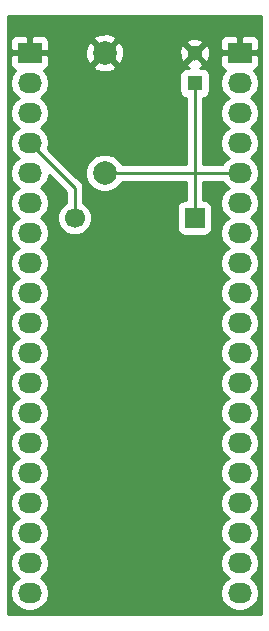
<source format=gbr>
G04 #@! TF.FileFunction,Copper,L1,Top,Signal*
%FSLAX46Y46*%
G04 Gerber Fmt 4.6, Leading zero omitted, Abs format (unit mm)*
G04 Created by KiCad (PCBNEW 4.0.3+e1-6302~38~ubuntu16.04.1-stable) date Thu Aug 25 17:10:37 2016*
%MOMM*%
%LPD*%
G01*
G04 APERTURE LIST*
%ADD10C,0.100000*%
%ADD11R,1.300000X1.300000*%
%ADD12C,1.300000*%
%ADD13C,1.998980*%
%ADD14C,1.699260*%
%ADD15R,1.699260X1.699260*%
%ADD16R,2.032000X1.727200*%
%ADD17O,2.032000X1.727200*%
%ADD18C,0.250000*%
%ADD19C,0.254000*%
G04 APERTURE END LIST*
D10*
D11*
X144780000Y-107950000D03*
D12*
X144780000Y-105450000D03*
D13*
X137160000Y-115570000D03*
X137160000Y-105410000D03*
D14*
X134619480Y-119382540D03*
D15*
X144779480Y-119382540D03*
D16*
X148590000Y-105410000D03*
D17*
X148590000Y-107950000D03*
X148590000Y-110490000D03*
X148590000Y-113030000D03*
X148590000Y-115570000D03*
X148590000Y-118110000D03*
X148590000Y-120650000D03*
X148590000Y-123190000D03*
X148590000Y-125730000D03*
X148590000Y-128270000D03*
X148590000Y-130810000D03*
X148590000Y-133350000D03*
X148590000Y-135890000D03*
X148590000Y-138430000D03*
X148590000Y-140970000D03*
X148590000Y-143510000D03*
X148590000Y-146050000D03*
X148590000Y-148590000D03*
X148590000Y-151130000D03*
D16*
X130810000Y-105410000D03*
D17*
X130810000Y-107950000D03*
X130810000Y-110490000D03*
X130810000Y-113030000D03*
X130810000Y-115570000D03*
X130810000Y-118110000D03*
X130810000Y-120650000D03*
X130810000Y-123190000D03*
X130810000Y-125730000D03*
X130810000Y-128270000D03*
X130810000Y-130810000D03*
X130810000Y-133350000D03*
X130810000Y-135890000D03*
X130810000Y-138430000D03*
X130810000Y-140970000D03*
X130810000Y-143510000D03*
X130810000Y-146050000D03*
X130810000Y-148590000D03*
X130810000Y-151130000D03*
D18*
X144779480Y-115570000D02*
X148590000Y-115570000D01*
X137160000Y-115570000D02*
X144779480Y-115570000D01*
X144779480Y-115570000D02*
X144780000Y-115570000D01*
X144780000Y-115570000D02*
X144779480Y-115570000D01*
X144779480Y-119382540D02*
X144779480Y-115570000D01*
X144779480Y-115570000D02*
X144779480Y-107950520D01*
X144779480Y-107950520D02*
X144780000Y-107950000D01*
X134619480Y-119382540D02*
X134619480Y-116839480D01*
X134619480Y-116839480D02*
X130810000Y-113030000D01*
D19*
G36*
X150420000Y-152960000D02*
X128980000Y-152960000D01*
X128980000Y-107950000D01*
X129126655Y-107950000D01*
X129240729Y-108523489D01*
X129565585Y-109009670D01*
X129880366Y-109220000D01*
X129565585Y-109430330D01*
X129240729Y-109916511D01*
X129126655Y-110490000D01*
X129240729Y-111063489D01*
X129565585Y-111549670D01*
X129880366Y-111760000D01*
X129565585Y-111970330D01*
X129240729Y-112456511D01*
X129126655Y-113030000D01*
X129240729Y-113603489D01*
X129565585Y-114089670D01*
X129880366Y-114300000D01*
X129565585Y-114510330D01*
X129240729Y-114996511D01*
X129126655Y-115570000D01*
X129240729Y-116143489D01*
X129565585Y-116629670D01*
X129880366Y-116840000D01*
X129565585Y-117050330D01*
X129240729Y-117536511D01*
X129126655Y-118110000D01*
X129240729Y-118683489D01*
X129565585Y-119169670D01*
X129880366Y-119380000D01*
X129565585Y-119590330D01*
X129240729Y-120076511D01*
X129126655Y-120650000D01*
X129240729Y-121223489D01*
X129565585Y-121709670D01*
X129880366Y-121920000D01*
X129565585Y-122130330D01*
X129240729Y-122616511D01*
X129126655Y-123190000D01*
X129240729Y-123763489D01*
X129565585Y-124249670D01*
X129880366Y-124460000D01*
X129565585Y-124670330D01*
X129240729Y-125156511D01*
X129126655Y-125730000D01*
X129240729Y-126303489D01*
X129565585Y-126789670D01*
X129880366Y-127000000D01*
X129565585Y-127210330D01*
X129240729Y-127696511D01*
X129126655Y-128270000D01*
X129240729Y-128843489D01*
X129565585Y-129329670D01*
X129880366Y-129540000D01*
X129565585Y-129750330D01*
X129240729Y-130236511D01*
X129126655Y-130810000D01*
X129240729Y-131383489D01*
X129565585Y-131869670D01*
X129880366Y-132080000D01*
X129565585Y-132290330D01*
X129240729Y-132776511D01*
X129126655Y-133350000D01*
X129240729Y-133923489D01*
X129565585Y-134409670D01*
X129880366Y-134620000D01*
X129565585Y-134830330D01*
X129240729Y-135316511D01*
X129126655Y-135890000D01*
X129240729Y-136463489D01*
X129565585Y-136949670D01*
X129880366Y-137160000D01*
X129565585Y-137370330D01*
X129240729Y-137856511D01*
X129126655Y-138430000D01*
X129240729Y-139003489D01*
X129565585Y-139489670D01*
X129880366Y-139700000D01*
X129565585Y-139910330D01*
X129240729Y-140396511D01*
X129126655Y-140970000D01*
X129240729Y-141543489D01*
X129565585Y-142029670D01*
X129880366Y-142240000D01*
X129565585Y-142450330D01*
X129240729Y-142936511D01*
X129126655Y-143510000D01*
X129240729Y-144083489D01*
X129565585Y-144569670D01*
X129880366Y-144780000D01*
X129565585Y-144990330D01*
X129240729Y-145476511D01*
X129126655Y-146050000D01*
X129240729Y-146623489D01*
X129565585Y-147109670D01*
X129880366Y-147320000D01*
X129565585Y-147530330D01*
X129240729Y-148016511D01*
X129126655Y-148590000D01*
X129240729Y-149163489D01*
X129565585Y-149649670D01*
X129880366Y-149860000D01*
X129565585Y-150070330D01*
X129240729Y-150556511D01*
X129126655Y-151130000D01*
X129240729Y-151703489D01*
X129565585Y-152189670D01*
X130051766Y-152514526D01*
X130625255Y-152628600D01*
X130994745Y-152628600D01*
X131568234Y-152514526D01*
X132054415Y-152189670D01*
X132379271Y-151703489D01*
X132493345Y-151130000D01*
X132379271Y-150556511D01*
X132054415Y-150070330D01*
X131739634Y-149860000D01*
X132054415Y-149649670D01*
X132379271Y-149163489D01*
X132493345Y-148590000D01*
X132379271Y-148016511D01*
X132054415Y-147530330D01*
X131739634Y-147320000D01*
X132054415Y-147109670D01*
X132379271Y-146623489D01*
X132493345Y-146050000D01*
X132379271Y-145476511D01*
X132054415Y-144990330D01*
X131739634Y-144780000D01*
X132054415Y-144569670D01*
X132379271Y-144083489D01*
X132493345Y-143510000D01*
X132379271Y-142936511D01*
X132054415Y-142450330D01*
X131739634Y-142240000D01*
X132054415Y-142029670D01*
X132379271Y-141543489D01*
X132493345Y-140970000D01*
X132379271Y-140396511D01*
X132054415Y-139910330D01*
X131739634Y-139700000D01*
X132054415Y-139489670D01*
X132379271Y-139003489D01*
X132493345Y-138430000D01*
X132379271Y-137856511D01*
X132054415Y-137370330D01*
X131739634Y-137160000D01*
X132054415Y-136949670D01*
X132379271Y-136463489D01*
X132493345Y-135890000D01*
X132379271Y-135316511D01*
X132054415Y-134830330D01*
X131739634Y-134620000D01*
X132054415Y-134409670D01*
X132379271Y-133923489D01*
X132493345Y-133350000D01*
X132379271Y-132776511D01*
X132054415Y-132290330D01*
X131739634Y-132080000D01*
X132054415Y-131869670D01*
X132379271Y-131383489D01*
X132493345Y-130810000D01*
X132379271Y-130236511D01*
X132054415Y-129750330D01*
X131739634Y-129540000D01*
X132054415Y-129329670D01*
X132379271Y-128843489D01*
X132493345Y-128270000D01*
X132379271Y-127696511D01*
X132054415Y-127210330D01*
X131739634Y-127000000D01*
X132054415Y-126789670D01*
X132379271Y-126303489D01*
X132493345Y-125730000D01*
X132379271Y-125156511D01*
X132054415Y-124670330D01*
X131739634Y-124460000D01*
X132054415Y-124249670D01*
X132379271Y-123763489D01*
X132493345Y-123190000D01*
X132379271Y-122616511D01*
X132054415Y-122130330D01*
X131739634Y-121920000D01*
X132054415Y-121709670D01*
X132379271Y-121223489D01*
X132493345Y-120650000D01*
X132379271Y-120076511D01*
X132054415Y-119590330D01*
X131739634Y-119380000D01*
X132054415Y-119169670D01*
X132379271Y-118683489D01*
X132493345Y-118110000D01*
X132379271Y-117536511D01*
X132054415Y-117050330D01*
X131739634Y-116840000D01*
X132054415Y-116629670D01*
X132379271Y-116143489D01*
X132457152Y-115751954D01*
X133859480Y-117154282D01*
X133859480Y-118090193D01*
X133779603Y-118123198D01*
X133361606Y-118540466D01*
X133135108Y-119085933D01*
X133134592Y-119676556D01*
X133360138Y-120222417D01*
X133777406Y-120640414D01*
X134322873Y-120866912D01*
X134913496Y-120867428D01*
X135459357Y-120641882D01*
X135877354Y-120224614D01*
X136103852Y-119679147D01*
X136104368Y-119088524D01*
X135878822Y-118542663D01*
X135461554Y-118124666D01*
X135379480Y-118090586D01*
X135379480Y-116839480D01*
X135321628Y-116548641D01*
X135321628Y-116548640D01*
X135156881Y-116302079D01*
X134748496Y-115893694D01*
X135525226Y-115893694D01*
X135773538Y-116494655D01*
X136232927Y-116954846D01*
X136833453Y-117204206D01*
X137483694Y-117204774D01*
X138084655Y-116956462D01*
X138544846Y-116497073D01*
X138614221Y-116330000D01*
X144019480Y-116330000D01*
X144019480Y-117885470D01*
X143929850Y-117885470D01*
X143694533Y-117929748D01*
X143478409Y-118068820D01*
X143333419Y-118281020D01*
X143282410Y-118532910D01*
X143282410Y-120232170D01*
X143326688Y-120467487D01*
X143465760Y-120683611D01*
X143677960Y-120828601D01*
X143929850Y-120879610D01*
X145629110Y-120879610D01*
X145864427Y-120835332D01*
X146080551Y-120696260D01*
X146225541Y-120484060D01*
X146276550Y-120232170D01*
X146276550Y-118532910D01*
X146232272Y-118297593D01*
X146093200Y-118081469D01*
X145881000Y-117936479D01*
X145629110Y-117885470D01*
X145539480Y-117885470D01*
X145539480Y-116330000D01*
X147145352Y-116330000D01*
X147345585Y-116629670D01*
X147660366Y-116840000D01*
X147345585Y-117050330D01*
X147020729Y-117536511D01*
X146906655Y-118110000D01*
X147020729Y-118683489D01*
X147345585Y-119169670D01*
X147660366Y-119380000D01*
X147345585Y-119590330D01*
X147020729Y-120076511D01*
X146906655Y-120650000D01*
X147020729Y-121223489D01*
X147345585Y-121709670D01*
X147660366Y-121920000D01*
X147345585Y-122130330D01*
X147020729Y-122616511D01*
X146906655Y-123190000D01*
X147020729Y-123763489D01*
X147345585Y-124249670D01*
X147660366Y-124460000D01*
X147345585Y-124670330D01*
X147020729Y-125156511D01*
X146906655Y-125730000D01*
X147020729Y-126303489D01*
X147345585Y-126789670D01*
X147660366Y-127000000D01*
X147345585Y-127210330D01*
X147020729Y-127696511D01*
X146906655Y-128270000D01*
X147020729Y-128843489D01*
X147345585Y-129329670D01*
X147660366Y-129540000D01*
X147345585Y-129750330D01*
X147020729Y-130236511D01*
X146906655Y-130810000D01*
X147020729Y-131383489D01*
X147345585Y-131869670D01*
X147660366Y-132080000D01*
X147345585Y-132290330D01*
X147020729Y-132776511D01*
X146906655Y-133350000D01*
X147020729Y-133923489D01*
X147345585Y-134409670D01*
X147660366Y-134620000D01*
X147345585Y-134830330D01*
X147020729Y-135316511D01*
X146906655Y-135890000D01*
X147020729Y-136463489D01*
X147345585Y-136949670D01*
X147660366Y-137160000D01*
X147345585Y-137370330D01*
X147020729Y-137856511D01*
X146906655Y-138430000D01*
X147020729Y-139003489D01*
X147345585Y-139489670D01*
X147660366Y-139700000D01*
X147345585Y-139910330D01*
X147020729Y-140396511D01*
X146906655Y-140970000D01*
X147020729Y-141543489D01*
X147345585Y-142029670D01*
X147660366Y-142240000D01*
X147345585Y-142450330D01*
X147020729Y-142936511D01*
X146906655Y-143510000D01*
X147020729Y-144083489D01*
X147345585Y-144569670D01*
X147660366Y-144780000D01*
X147345585Y-144990330D01*
X147020729Y-145476511D01*
X146906655Y-146050000D01*
X147020729Y-146623489D01*
X147345585Y-147109670D01*
X147660366Y-147320000D01*
X147345585Y-147530330D01*
X147020729Y-148016511D01*
X146906655Y-148590000D01*
X147020729Y-149163489D01*
X147345585Y-149649670D01*
X147660366Y-149860000D01*
X147345585Y-150070330D01*
X147020729Y-150556511D01*
X146906655Y-151130000D01*
X147020729Y-151703489D01*
X147345585Y-152189670D01*
X147831766Y-152514526D01*
X148405255Y-152628600D01*
X148774745Y-152628600D01*
X149348234Y-152514526D01*
X149834415Y-152189670D01*
X150159271Y-151703489D01*
X150273345Y-151130000D01*
X150159271Y-150556511D01*
X149834415Y-150070330D01*
X149519634Y-149860000D01*
X149834415Y-149649670D01*
X150159271Y-149163489D01*
X150273345Y-148590000D01*
X150159271Y-148016511D01*
X149834415Y-147530330D01*
X149519634Y-147320000D01*
X149834415Y-147109670D01*
X150159271Y-146623489D01*
X150273345Y-146050000D01*
X150159271Y-145476511D01*
X149834415Y-144990330D01*
X149519634Y-144780000D01*
X149834415Y-144569670D01*
X150159271Y-144083489D01*
X150273345Y-143510000D01*
X150159271Y-142936511D01*
X149834415Y-142450330D01*
X149519634Y-142240000D01*
X149834415Y-142029670D01*
X150159271Y-141543489D01*
X150273345Y-140970000D01*
X150159271Y-140396511D01*
X149834415Y-139910330D01*
X149519634Y-139700000D01*
X149834415Y-139489670D01*
X150159271Y-139003489D01*
X150273345Y-138430000D01*
X150159271Y-137856511D01*
X149834415Y-137370330D01*
X149519634Y-137160000D01*
X149834415Y-136949670D01*
X150159271Y-136463489D01*
X150273345Y-135890000D01*
X150159271Y-135316511D01*
X149834415Y-134830330D01*
X149519634Y-134620000D01*
X149834415Y-134409670D01*
X150159271Y-133923489D01*
X150273345Y-133350000D01*
X150159271Y-132776511D01*
X149834415Y-132290330D01*
X149519634Y-132080000D01*
X149834415Y-131869670D01*
X150159271Y-131383489D01*
X150273345Y-130810000D01*
X150159271Y-130236511D01*
X149834415Y-129750330D01*
X149519634Y-129540000D01*
X149834415Y-129329670D01*
X150159271Y-128843489D01*
X150273345Y-128270000D01*
X150159271Y-127696511D01*
X149834415Y-127210330D01*
X149519634Y-127000000D01*
X149834415Y-126789670D01*
X150159271Y-126303489D01*
X150273345Y-125730000D01*
X150159271Y-125156511D01*
X149834415Y-124670330D01*
X149519634Y-124460000D01*
X149834415Y-124249670D01*
X150159271Y-123763489D01*
X150273345Y-123190000D01*
X150159271Y-122616511D01*
X149834415Y-122130330D01*
X149519634Y-121920000D01*
X149834415Y-121709670D01*
X150159271Y-121223489D01*
X150273345Y-120650000D01*
X150159271Y-120076511D01*
X149834415Y-119590330D01*
X149519634Y-119380000D01*
X149834415Y-119169670D01*
X150159271Y-118683489D01*
X150273345Y-118110000D01*
X150159271Y-117536511D01*
X149834415Y-117050330D01*
X149519634Y-116840000D01*
X149834415Y-116629670D01*
X150159271Y-116143489D01*
X150273345Y-115570000D01*
X150159271Y-114996511D01*
X149834415Y-114510330D01*
X149519634Y-114300000D01*
X149834415Y-114089670D01*
X150159271Y-113603489D01*
X150273345Y-113030000D01*
X150159271Y-112456511D01*
X149834415Y-111970330D01*
X149519634Y-111760000D01*
X149834415Y-111549670D01*
X150159271Y-111063489D01*
X150273345Y-110490000D01*
X150159271Y-109916511D01*
X149834415Y-109430330D01*
X149519634Y-109220000D01*
X149834415Y-109009670D01*
X150159271Y-108523489D01*
X150273345Y-107950000D01*
X150159271Y-107376511D01*
X149834415Y-106890330D01*
X149812220Y-106875500D01*
X149965699Y-106811927D01*
X150144327Y-106633298D01*
X150241000Y-106399909D01*
X150241000Y-105695750D01*
X150082250Y-105537000D01*
X148717000Y-105537000D01*
X148717000Y-105557000D01*
X148463000Y-105557000D01*
X148463000Y-105537000D01*
X147097750Y-105537000D01*
X146939000Y-105695750D01*
X146939000Y-106399909D01*
X147035673Y-106633298D01*
X147214301Y-106811927D01*
X147367780Y-106875500D01*
X147345585Y-106890330D01*
X147020729Y-107376511D01*
X146906655Y-107950000D01*
X147020729Y-108523489D01*
X147345585Y-109009670D01*
X147660366Y-109220000D01*
X147345585Y-109430330D01*
X147020729Y-109916511D01*
X146906655Y-110490000D01*
X147020729Y-111063489D01*
X147345585Y-111549670D01*
X147660366Y-111760000D01*
X147345585Y-111970330D01*
X147020729Y-112456511D01*
X146906655Y-113030000D01*
X147020729Y-113603489D01*
X147345585Y-114089670D01*
X147660366Y-114300000D01*
X147345585Y-114510330D01*
X147145352Y-114810000D01*
X145539480Y-114810000D01*
X145539480Y-109226840D01*
X145665317Y-109203162D01*
X145881441Y-109064090D01*
X146026431Y-108851890D01*
X146077440Y-108600000D01*
X146077440Y-107300000D01*
X146033162Y-107064683D01*
X145894090Y-106848559D01*
X145681890Y-106703569D01*
X145430000Y-106652560D01*
X145267615Y-106652560D01*
X145443729Y-106579611D01*
X145499410Y-106349016D01*
X144780000Y-105629605D01*
X144060590Y-106349016D01*
X144116271Y-106579611D01*
X144325902Y-106652560D01*
X144130000Y-106652560D01*
X143894683Y-106696838D01*
X143678559Y-106835910D01*
X143533569Y-107048110D01*
X143482560Y-107300000D01*
X143482560Y-108600000D01*
X143526838Y-108835317D01*
X143665910Y-109051441D01*
X143878110Y-109196431D01*
X144019480Y-109225059D01*
X144019480Y-114810000D01*
X138614496Y-114810000D01*
X138546462Y-114645345D01*
X138087073Y-114185154D01*
X137486547Y-113935794D01*
X136836306Y-113935226D01*
X136235345Y-114183538D01*
X135775154Y-114642927D01*
X135525794Y-115243453D01*
X135525226Y-115893694D01*
X134748496Y-115893694D01*
X132392381Y-113537579D01*
X132493345Y-113030000D01*
X132379271Y-112456511D01*
X132054415Y-111970330D01*
X131739634Y-111760000D01*
X132054415Y-111549670D01*
X132379271Y-111063489D01*
X132493345Y-110490000D01*
X132379271Y-109916511D01*
X132054415Y-109430330D01*
X131739634Y-109220000D01*
X132054415Y-109009670D01*
X132379271Y-108523489D01*
X132493345Y-107950000D01*
X132379271Y-107376511D01*
X132054415Y-106890330D01*
X132032220Y-106875500D01*
X132185699Y-106811927D01*
X132364327Y-106633298D01*
X132393792Y-106562163D01*
X136187443Y-106562163D01*
X136286042Y-106828965D01*
X136895582Y-107055401D01*
X137545377Y-107031341D01*
X138033958Y-106828965D01*
X138132557Y-106562163D01*
X137160000Y-105589605D01*
X136187443Y-106562163D01*
X132393792Y-106562163D01*
X132461000Y-106399909D01*
X132461000Y-105695750D01*
X132302250Y-105537000D01*
X130937000Y-105537000D01*
X130937000Y-105557000D01*
X130683000Y-105557000D01*
X130683000Y-105537000D01*
X129317750Y-105537000D01*
X129159000Y-105695750D01*
X129159000Y-106399909D01*
X129255673Y-106633298D01*
X129434301Y-106811927D01*
X129587780Y-106875500D01*
X129565585Y-106890330D01*
X129240729Y-107376511D01*
X129126655Y-107950000D01*
X128980000Y-107950000D01*
X128980000Y-104420091D01*
X129159000Y-104420091D01*
X129159000Y-105124250D01*
X129317750Y-105283000D01*
X130683000Y-105283000D01*
X130683000Y-104070150D01*
X130937000Y-104070150D01*
X130937000Y-105283000D01*
X132302250Y-105283000D01*
X132439668Y-105145582D01*
X135514599Y-105145582D01*
X135538659Y-105795377D01*
X135741035Y-106283958D01*
X136007837Y-106382557D01*
X136980395Y-105410000D01*
X137339605Y-105410000D01*
X138312163Y-106382557D01*
X138578965Y-106283958D01*
X138805401Y-105674418D01*
X138790393Y-105269078D01*
X143482378Y-105269078D01*
X143511917Y-105779428D01*
X143650389Y-106113729D01*
X143880984Y-106169410D01*
X144600395Y-105450000D01*
X144959605Y-105450000D01*
X145679016Y-106169410D01*
X145909611Y-106113729D01*
X146077622Y-105630922D01*
X146048083Y-105120572D01*
X145909611Y-104786271D01*
X145679016Y-104730590D01*
X144959605Y-105450000D01*
X144600395Y-105450000D01*
X143880984Y-104730590D01*
X143650389Y-104786271D01*
X143482378Y-105269078D01*
X138790393Y-105269078D01*
X138781341Y-105024623D01*
X138585155Y-104550984D01*
X144060590Y-104550984D01*
X144780000Y-105270395D01*
X145499410Y-104550984D01*
X145467804Y-104420091D01*
X146939000Y-104420091D01*
X146939000Y-105124250D01*
X147097750Y-105283000D01*
X148463000Y-105283000D01*
X148463000Y-104070150D01*
X148717000Y-104070150D01*
X148717000Y-105283000D01*
X150082250Y-105283000D01*
X150241000Y-105124250D01*
X150241000Y-104420091D01*
X150144327Y-104186702D01*
X149965699Y-104008073D01*
X149732310Y-103911400D01*
X148875750Y-103911400D01*
X148717000Y-104070150D01*
X148463000Y-104070150D01*
X148304250Y-103911400D01*
X147447690Y-103911400D01*
X147214301Y-104008073D01*
X147035673Y-104186702D01*
X146939000Y-104420091D01*
X145467804Y-104420091D01*
X145443729Y-104320389D01*
X144960922Y-104152378D01*
X144450572Y-104181917D01*
X144116271Y-104320389D01*
X144060590Y-104550984D01*
X138585155Y-104550984D01*
X138578965Y-104536042D01*
X138312163Y-104437443D01*
X137339605Y-105410000D01*
X136980395Y-105410000D01*
X136007837Y-104437443D01*
X135741035Y-104536042D01*
X135514599Y-105145582D01*
X132439668Y-105145582D01*
X132461000Y-105124250D01*
X132461000Y-104420091D01*
X132393793Y-104257837D01*
X136187443Y-104257837D01*
X137160000Y-105230395D01*
X138132557Y-104257837D01*
X138033958Y-103991035D01*
X137424418Y-103764599D01*
X136774623Y-103788659D01*
X136286042Y-103991035D01*
X136187443Y-104257837D01*
X132393793Y-104257837D01*
X132364327Y-104186702D01*
X132185699Y-104008073D01*
X131952310Y-103911400D01*
X131095750Y-103911400D01*
X130937000Y-104070150D01*
X130683000Y-104070150D01*
X130524250Y-103911400D01*
X129667690Y-103911400D01*
X129434301Y-104008073D01*
X129255673Y-104186702D01*
X129159000Y-104420091D01*
X128980000Y-104420091D01*
X128980000Y-102310000D01*
X150420000Y-102310000D01*
X150420000Y-152960000D01*
X150420000Y-152960000D01*
G37*
X150420000Y-152960000D02*
X128980000Y-152960000D01*
X128980000Y-107950000D01*
X129126655Y-107950000D01*
X129240729Y-108523489D01*
X129565585Y-109009670D01*
X129880366Y-109220000D01*
X129565585Y-109430330D01*
X129240729Y-109916511D01*
X129126655Y-110490000D01*
X129240729Y-111063489D01*
X129565585Y-111549670D01*
X129880366Y-111760000D01*
X129565585Y-111970330D01*
X129240729Y-112456511D01*
X129126655Y-113030000D01*
X129240729Y-113603489D01*
X129565585Y-114089670D01*
X129880366Y-114300000D01*
X129565585Y-114510330D01*
X129240729Y-114996511D01*
X129126655Y-115570000D01*
X129240729Y-116143489D01*
X129565585Y-116629670D01*
X129880366Y-116840000D01*
X129565585Y-117050330D01*
X129240729Y-117536511D01*
X129126655Y-118110000D01*
X129240729Y-118683489D01*
X129565585Y-119169670D01*
X129880366Y-119380000D01*
X129565585Y-119590330D01*
X129240729Y-120076511D01*
X129126655Y-120650000D01*
X129240729Y-121223489D01*
X129565585Y-121709670D01*
X129880366Y-121920000D01*
X129565585Y-122130330D01*
X129240729Y-122616511D01*
X129126655Y-123190000D01*
X129240729Y-123763489D01*
X129565585Y-124249670D01*
X129880366Y-124460000D01*
X129565585Y-124670330D01*
X129240729Y-125156511D01*
X129126655Y-125730000D01*
X129240729Y-126303489D01*
X129565585Y-126789670D01*
X129880366Y-127000000D01*
X129565585Y-127210330D01*
X129240729Y-127696511D01*
X129126655Y-128270000D01*
X129240729Y-128843489D01*
X129565585Y-129329670D01*
X129880366Y-129540000D01*
X129565585Y-129750330D01*
X129240729Y-130236511D01*
X129126655Y-130810000D01*
X129240729Y-131383489D01*
X129565585Y-131869670D01*
X129880366Y-132080000D01*
X129565585Y-132290330D01*
X129240729Y-132776511D01*
X129126655Y-133350000D01*
X129240729Y-133923489D01*
X129565585Y-134409670D01*
X129880366Y-134620000D01*
X129565585Y-134830330D01*
X129240729Y-135316511D01*
X129126655Y-135890000D01*
X129240729Y-136463489D01*
X129565585Y-136949670D01*
X129880366Y-137160000D01*
X129565585Y-137370330D01*
X129240729Y-137856511D01*
X129126655Y-138430000D01*
X129240729Y-139003489D01*
X129565585Y-139489670D01*
X129880366Y-139700000D01*
X129565585Y-139910330D01*
X129240729Y-140396511D01*
X129126655Y-140970000D01*
X129240729Y-141543489D01*
X129565585Y-142029670D01*
X129880366Y-142240000D01*
X129565585Y-142450330D01*
X129240729Y-142936511D01*
X129126655Y-143510000D01*
X129240729Y-144083489D01*
X129565585Y-144569670D01*
X129880366Y-144780000D01*
X129565585Y-144990330D01*
X129240729Y-145476511D01*
X129126655Y-146050000D01*
X129240729Y-146623489D01*
X129565585Y-147109670D01*
X129880366Y-147320000D01*
X129565585Y-147530330D01*
X129240729Y-148016511D01*
X129126655Y-148590000D01*
X129240729Y-149163489D01*
X129565585Y-149649670D01*
X129880366Y-149860000D01*
X129565585Y-150070330D01*
X129240729Y-150556511D01*
X129126655Y-151130000D01*
X129240729Y-151703489D01*
X129565585Y-152189670D01*
X130051766Y-152514526D01*
X130625255Y-152628600D01*
X130994745Y-152628600D01*
X131568234Y-152514526D01*
X132054415Y-152189670D01*
X132379271Y-151703489D01*
X132493345Y-151130000D01*
X132379271Y-150556511D01*
X132054415Y-150070330D01*
X131739634Y-149860000D01*
X132054415Y-149649670D01*
X132379271Y-149163489D01*
X132493345Y-148590000D01*
X132379271Y-148016511D01*
X132054415Y-147530330D01*
X131739634Y-147320000D01*
X132054415Y-147109670D01*
X132379271Y-146623489D01*
X132493345Y-146050000D01*
X132379271Y-145476511D01*
X132054415Y-144990330D01*
X131739634Y-144780000D01*
X132054415Y-144569670D01*
X132379271Y-144083489D01*
X132493345Y-143510000D01*
X132379271Y-142936511D01*
X132054415Y-142450330D01*
X131739634Y-142240000D01*
X132054415Y-142029670D01*
X132379271Y-141543489D01*
X132493345Y-140970000D01*
X132379271Y-140396511D01*
X132054415Y-139910330D01*
X131739634Y-139700000D01*
X132054415Y-139489670D01*
X132379271Y-139003489D01*
X132493345Y-138430000D01*
X132379271Y-137856511D01*
X132054415Y-137370330D01*
X131739634Y-137160000D01*
X132054415Y-136949670D01*
X132379271Y-136463489D01*
X132493345Y-135890000D01*
X132379271Y-135316511D01*
X132054415Y-134830330D01*
X131739634Y-134620000D01*
X132054415Y-134409670D01*
X132379271Y-133923489D01*
X132493345Y-133350000D01*
X132379271Y-132776511D01*
X132054415Y-132290330D01*
X131739634Y-132080000D01*
X132054415Y-131869670D01*
X132379271Y-131383489D01*
X132493345Y-130810000D01*
X132379271Y-130236511D01*
X132054415Y-129750330D01*
X131739634Y-129540000D01*
X132054415Y-129329670D01*
X132379271Y-128843489D01*
X132493345Y-128270000D01*
X132379271Y-127696511D01*
X132054415Y-127210330D01*
X131739634Y-127000000D01*
X132054415Y-126789670D01*
X132379271Y-126303489D01*
X132493345Y-125730000D01*
X132379271Y-125156511D01*
X132054415Y-124670330D01*
X131739634Y-124460000D01*
X132054415Y-124249670D01*
X132379271Y-123763489D01*
X132493345Y-123190000D01*
X132379271Y-122616511D01*
X132054415Y-122130330D01*
X131739634Y-121920000D01*
X132054415Y-121709670D01*
X132379271Y-121223489D01*
X132493345Y-120650000D01*
X132379271Y-120076511D01*
X132054415Y-119590330D01*
X131739634Y-119380000D01*
X132054415Y-119169670D01*
X132379271Y-118683489D01*
X132493345Y-118110000D01*
X132379271Y-117536511D01*
X132054415Y-117050330D01*
X131739634Y-116840000D01*
X132054415Y-116629670D01*
X132379271Y-116143489D01*
X132457152Y-115751954D01*
X133859480Y-117154282D01*
X133859480Y-118090193D01*
X133779603Y-118123198D01*
X133361606Y-118540466D01*
X133135108Y-119085933D01*
X133134592Y-119676556D01*
X133360138Y-120222417D01*
X133777406Y-120640414D01*
X134322873Y-120866912D01*
X134913496Y-120867428D01*
X135459357Y-120641882D01*
X135877354Y-120224614D01*
X136103852Y-119679147D01*
X136104368Y-119088524D01*
X135878822Y-118542663D01*
X135461554Y-118124666D01*
X135379480Y-118090586D01*
X135379480Y-116839480D01*
X135321628Y-116548641D01*
X135321628Y-116548640D01*
X135156881Y-116302079D01*
X134748496Y-115893694D01*
X135525226Y-115893694D01*
X135773538Y-116494655D01*
X136232927Y-116954846D01*
X136833453Y-117204206D01*
X137483694Y-117204774D01*
X138084655Y-116956462D01*
X138544846Y-116497073D01*
X138614221Y-116330000D01*
X144019480Y-116330000D01*
X144019480Y-117885470D01*
X143929850Y-117885470D01*
X143694533Y-117929748D01*
X143478409Y-118068820D01*
X143333419Y-118281020D01*
X143282410Y-118532910D01*
X143282410Y-120232170D01*
X143326688Y-120467487D01*
X143465760Y-120683611D01*
X143677960Y-120828601D01*
X143929850Y-120879610D01*
X145629110Y-120879610D01*
X145864427Y-120835332D01*
X146080551Y-120696260D01*
X146225541Y-120484060D01*
X146276550Y-120232170D01*
X146276550Y-118532910D01*
X146232272Y-118297593D01*
X146093200Y-118081469D01*
X145881000Y-117936479D01*
X145629110Y-117885470D01*
X145539480Y-117885470D01*
X145539480Y-116330000D01*
X147145352Y-116330000D01*
X147345585Y-116629670D01*
X147660366Y-116840000D01*
X147345585Y-117050330D01*
X147020729Y-117536511D01*
X146906655Y-118110000D01*
X147020729Y-118683489D01*
X147345585Y-119169670D01*
X147660366Y-119380000D01*
X147345585Y-119590330D01*
X147020729Y-120076511D01*
X146906655Y-120650000D01*
X147020729Y-121223489D01*
X147345585Y-121709670D01*
X147660366Y-121920000D01*
X147345585Y-122130330D01*
X147020729Y-122616511D01*
X146906655Y-123190000D01*
X147020729Y-123763489D01*
X147345585Y-124249670D01*
X147660366Y-124460000D01*
X147345585Y-124670330D01*
X147020729Y-125156511D01*
X146906655Y-125730000D01*
X147020729Y-126303489D01*
X147345585Y-126789670D01*
X147660366Y-127000000D01*
X147345585Y-127210330D01*
X147020729Y-127696511D01*
X146906655Y-128270000D01*
X147020729Y-128843489D01*
X147345585Y-129329670D01*
X147660366Y-129540000D01*
X147345585Y-129750330D01*
X147020729Y-130236511D01*
X146906655Y-130810000D01*
X147020729Y-131383489D01*
X147345585Y-131869670D01*
X147660366Y-132080000D01*
X147345585Y-132290330D01*
X147020729Y-132776511D01*
X146906655Y-133350000D01*
X147020729Y-133923489D01*
X147345585Y-134409670D01*
X147660366Y-134620000D01*
X147345585Y-134830330D01*
X147020729Y-135316511D01*
X146906655Y-135890000D01*
X147020729Y-136463489D01*
X147345585Y-136949670D01*
X147660366Y-137160000D01*
X147345585Y-137370330D01*
X147020729Y-137856511D01*
X146906655Y-138430000D01*
X147020729Y-139003489D01*
X147345585Y-139489670D01*
X147660366Y-139700000D01*
X147345585Y-139910330D01*
X147020729Y-140396511D01*
X146906655Y-140970000D01*
X147020729Y-141543489D01*
X147345585Y-142029670D01*
X147660366Y-142240000D01*
X147345585Y-142450330D01*
X147020729Y-142936511D01*
X146906655Y-143510000D01*
X147020729Y-144083489D01*
X147345585Y-144569670D01*
X147660366Y-144780000D01*
X147345585Y-144990330D01*
X147020729Y-145476511D01*
X146906655Y-146050000D01*
X147020729Y-146623489D01*
X147345585Y-147109670D01*
X147660366Y-147320000D01*
X147345585Y-147530330D01*
X147020729Y-148016511D01*
X146906655Y-148590000D01*
X147020729Y-149163489D01*
X147345585Y-149649670D01*
X147660366Y-149860000D01*
X147345585Y-150070330D01*
X147020729Y-150556511D01*
X146906655Y-151130000D01*
X147020729Y-151703489D01*
X147345585Y-152189670D01*
X147831766Y-152514526D01*
X148405255Y-152628600D01*
X148774745Y-152628600D01*
X149348234Y-152514526D01*
X149834415Y-152189670D01*
X150159271Y-151703489D01*
X150273345Y-151130000D01*
X150159271Y-150556511D01*
X149834415Y-150070330D01*
X149519634Y-149860000D01*
X149834415Y-149649670D01*
X150159271Y-149163489D01*
X150273345Y-148590000D01*
X150159271Y-148016511D01*
X149834415Y-147530330D01*
X149519634Y-147320000D01*
X149834415Y-147109670D01*
X150159271Y-146623489D01*
X150273345Y-146050000D01*
X150159271Y-145476511D01*
X149834415Y-144990330D01*
X149519634Y-144780000D01*
X149834415Y-144569670D01*
X150159271Y-144083489D01*
X150273345Y-143510000D01*
X150159271Y-142936511D01*
X149834415Y-142450330D01*
X149519634Y-142240000D01*
X149834415Y-142029670D01*
X150159271Y-141543489D01*
X150273345Y-140970000D01*
X150159271Y-140396511D01*
X149834415Y-139910330D01*
X149519634Y-139700000D01*
X149834415Y-139489670D01*
X150159271Y-139003489D01*
X150273345Y-138430000D01*
X150159271Y-137856511D01*
X149834415Y-137370330D01*
X149519634Y-137160000D01*
X149834415Y-136949670D01*
X150159271Y-136463489D01*
X150273345Y-135890000D01*
X150159271Y-135316511D01*
X149834415Y-134830330D01*
X149519634Y-134620000D01*
X149834415Y-134409670D01*
X150159271Y-133923489D01*
X150273345Y-133350000D01*
X150159271Y-132776511D01*
X149834415Y-132290330D01*
X149519634Y-132080000D01*
X149834415Y-131869670D01*
X150159271Y-131383489D01*
X150273345Y-130810000D01*
X150159271Y-130236511D01*
X149834415Y-129750330D01*
X149519634Y-129540000D01*
X149834415Y-129329670D01*
X150159271Y-128843489D01*
X150273345Y-128270000D01*
X150159271Y-127696511D01*
X149834415Y-127210330D01*
X149519634Y-127000000D01*
X149834415Y-126789670D01*
X150159271Y-126303489D01*
X150273345Y-125730000D01*
X150159271Y-125156511D01*
X149834415Y-124670330D01*
X149519634Y-124460000D01*
X149834415Y-124249670D01*
X150159271Y-123763489D01*
X150273345Y-123190000D01*
X150159271Y-122616511D01*
X149834415Y-122130330D01*
X149519634Y-121920000D01*
X149834415Y-121709670D01*
X150159271Y-121223489D01*
X150273345Y-120650000D01*
X150159271Y-120076511D01*
X149834415Y-119590330D01*
X149519634Y-119380000D01*
X149834415Y-119169670D01*
X150159271Y-118683489D01*
X150273345Y-118110000D01*
X150159271Y-117536511D01*
X149834415Y-117050330D01*
X149519634Y-116840000D01*
X149834415Y-116629670D01*
X150159271Y-116143489D01*
X150273345Y-115570000D01*
X150159271Y-114996511D01*
X149834415Y-114510330D01*
X149519634Y-114300000D01*
X149834415Y-114089670D01*
X150159271Y-113603489D01*
X150273345Y-113030000D01*
X150159271Y-112456511D01*
X149834415Y-111970330D01*
X149519634Y-111760000D01*
X149834415Y-111549670D01*
X150159271Y-111063489D01*
X150273345Y-110490000D01*
X150159271Y-109916511D01*
X149834415Y-109430330D01*
X149519634Y-109220000D01*
X149834415Y-109009670D01*
X150159271Y-108523489D01*
X150273345Y-107950000D01*
X150159271Y-107376511D01*
X149834415Y-106890330D01*
X149812220Y-106875500D01*
X149965699Y-106811927D01*
X150144327Y-106633298D01*
X150241000Y-106399909D01*
X150241000Y-105695750D01*
X150082250Y-105537000D01*
X148717000Y-105537000D01*
X148717000Y-105557000D01*
X148463000Y-105557000D01*
X148463000Y-105537000D01*
X147097750Y-105537000D01*
X146939000Y-105695750D01*
X146939000Y-106399909D01*
X147035673Y-106633298D01*
X147214301Y-106811927D01*
X147367780Y-106875500D01*
X147345585Y-106890330D01*
X147020729Y-107376511D01*
X146906655Y-107950000D01*
X147020729Y-108523489D01*
X147345585Y-109009670D01*
X147660366Y-109220000D01*
X147345585Y-109430330D01*
X147020729Y-109916511D01*
X146906655Y-110490000D01*
X147020729Y-111063489D01*
X147345585Y-111549670D01*
X147660366Y-111760000D01*
X147345585Y-111970330D01*
X147020729Y-112456511D01*
X146906655Y-113030000D01*
X147020729Y-113603489D01*
X147345585Y-114089670D01*
X147660366Y-114300000D01*
X147345585Y-114510330D01*
X147145352Y-114810000D01*
X145539480Y-114810000D01*
X145539480Y-109226840D01*
X145665317Y-109203162D01*
X145881441Y-109064090D01*
X146026431Y-108851890D01*
X146077440Y-108600000D01*
X146077440Y-107300000D01*
X146033162Y-107064683D01*
X145894090Y-106848559D01*
X145681890Y-106703569D01*
X145430000Y-106652560D01*
X145267615Y-106652560D01*
X145443729Y-106579611D01*
X145499410Y-106349016D01*
X144780000Y-105629605D01*
X144060590Y-106349016D01*
X144116271Y-106579611D01*
X144325902Y-106652560D01*
X144130000Y-106652560D01*
X143894683Y-106696838D01*
X143678559Y-106835910D01*
X143533569Y-107048110D01*
X143482560Y-107300000D01*
X143482560Y-108600000D01*
X143526838Y-108835317D01*
X143665910Y-109051441D01*
X143878110Y-109196431D01*
X144019480Y-109225059D01*
X144019480Y-114810000D01*
X138614496Y-114810000D01*
X138546462Y-114645345D01*
X138087073Y-114185154D01*
X137486547Y-113935794D01*
X136836306Y-113935226D01*
X136235345Y-114183538D01*
X135775154Y-114642927D01*
X135525794Y-115243453D01*
X135525226Y-115893694D01*
X134748496Y-115893694D01*
X132392381Y-113537579D01*
X132493345Y-113030000D01*
X132379271Y-112456511D01*
X132054415Y-111970330D01*
X131739634Y-111760000D01*
X132054415Y-111549670D01*
X132379271Y-111063489D01*
X132493345Y-110490000D01*
X132379271Y-109916511D01*
X132054415Y-109430330D01*
X131739634Y-109220000D01*
X132054415Y-109009670D01*
X132379271Y-108523489D01*
X132493345Y-107950000D01*
X132379271Y-107376511D01*
X132054415Y-106890330D01*
X132032220Y-106875500D01*
X132185699Y-106811927D01*
X132364327Y-106633298D01*
X132393792Y-106562163D01*
X136187443Y-106562163D01*
X136286042Y-106828965D01*
X136895582Y-107055401D01*
X137545377Y-107031341D01*
X138033958Y-106828965D01*
X138132557Y-106562163D01*
X137160000Y-105589605D01*
X136187443Y-106562163D01*
X132393792Y-106562163D01*
X132461000Y-106399909D01*
X132461000Y-105695750D01*
X132302250Y-105537000D01*
X130937000Y-105537000D01*
X130937000Y-105557000D01*
X130683000Y-105557000D01*
X130683000Y-105537000D01*
X129317750Y-105537000D01*
X129159000Y-105695750D01*
X129159000Y-106399909D01*
X129255673Y-106633298D01*
X129434301Y-106811927D01*
X129587780Y-106875500D01*
X129565585Y-106890330D01*
X129240729Y-107376511D01*
X129126655Y-107950000D01*
X128980000Y-107950000D01*
X128980000Y-104420091D01*
X129159000Y-104420091D01*
X129159000Y-105124250D01*
X129317750Y-105283000D01*
X130683000Y-105283000D01*
X130683000Y-104070150D01*
X130937000Y-104070150D01*
X130937000Y-105283000D01*
X132302250Y-105283000D01*
X132439668Y-105145582D01*
X135514599Y-105145582D01*
X135538659Y-105795377D01*
X135741035Y-106283958D01*
X136007837Y-106382557D01*
X136980395Y-105410000D01*
X137339605Y-105410000D01*
X138312163Y-106382557D01*
X138578965Y-106283958D01*
X138805401Y-105674418D01*
X138790393Y-105269078D01*
X143482378Y-105269078D01*
X143511917Y-105779428D01*
X143650389Y-106113729D01*
X143880984Y-106169410D01*
X144600395Y-105450000D01*
X144959605Y-105450000D01*
X145679016Y-106169410D01*
X145909611Y-106113729D01*
X146077622Y-105630922D01*
X146048083Y-105120572D01*
X145909611Y-104786271D01*
X145679016Y-104730590D01*
X144959605Y-105450000D01*
X144600395Y-105450000D01*
X143880984Y-104730590D01*
X143650389Y-104786271D01*
X143482378Y-105269078D01*
X138790393Y-105269078D01*
X138781341Y-105024623D01*
X138585155Y-104550984D01*
X144060590Y-104550984D01*
X144780000Y-105270395D01*
X145499410Y-104550984D01*
X145467804Y-104420091D01*
X146939000Y-104420091D01*
X146939000Y-105124250D01*
X147097750Y-105283000D01*
X148463000Y-105283000D01*
X148463000Y-104070150D01*
X148717000Y-104070150D01*
X148717000Y-105283000D01*
X150082250Y-105283000D01*
X150241000Y-105124250D01*
X150241000Y-104420091D01*
X150144327Y-104186702D01*
X149965699Y-104008073D01*
X149732310Y-103911400D01*
X148875750Y-103911400D01*
X148717000Y-104070150D01*
X148463000Y-104070150D01*
X148304250Y-103911400D01*
X147447690Y-103911400D01*
X147214301Y-104008073D01*
X147035673Y-104186702D01*
X146939000Y-104420091D01*
X145467804Y-104420091D01*
X145443729Y-104320389D01*
X144960922Y-104152378D01*
X144450572Y-104181917D01*
X144116271Y-104320389D01*
X144060590Y-104550984D01*
X138585155Y-104550984D01*
X138578965Y-104536042D01*
X138312163Y-104437443D01*
X137339605Y-105410000D01*
X136980395Y-105410000D01*
X136007837Y-104437443D01*
X135741035Y-104536042D01*
X135514599Y-105145582D01*
X132439668Y-105145582D01*
X132461000Y-105124250D01*
X132461000Y-104420091D01*
X132393793Y-104257837D01*
X136187443Y-104257837D01*
X137160000Y-105230395D01*
X138132557Y-104257837D01*
X138033958Y-103991035D01*
X137424418Y-103764599D01*
X136774623Y-103788659D01*
X136286042Y-103991035D01*
X136187443Y-104257837D01*
X132393793Y-104257837D01*
X132364327Y-104186702D01*
X132185699Y-104008073D01*
X131952310Y-103911400D01*
X131095750Y-103911400D01*
X130937000Y-104070150D01*
X130683000Y-104070150D01*
X130524250Y-103911400D01*
X129667690Y-103911400D01*
X129434301Y-104008073D01*
X129255673Y-104186702D01*
X129159000Y-104420091D01*
X128980000Y-104420091D01*
X128980000Y-102310000D01*
X150420000Y-102310000D01*
X150420000Y-152960000D01*
M02*

</source>
